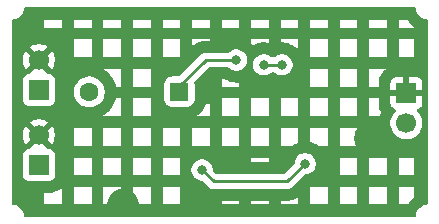
<source format=gbr>
%TF.GenerationSoftware,KiCad,Pcbnew,9.0.1*%
%TF.CreationDate,2025-07-01T21:06:15-04:00*%
%TF.ProjectId,Tiny Solar Power Suppy,54696e79-2053-46f6-9c61-7220506f7765,rev?*%
%TF.SameCoordinates,Original*%
%TF.FileFunction,Copper,L2,Bot*%
%TF.FilePolarity,Positive*%
%FSLAX46Y46*%
G04 Gerber Fmt 4.6, Leading zero omitted, Abs format (unit mm)*
G04 Created by KiCad (PCBNEW 9.0.1) date 2025-07-01 21:06:15*
%MOMM*%
%LPD*%
G01*
G04 APERTURE LIST*
G04 Aperture macros list*
%AMRoundRect*
0 Rectangle with rounded corners*
0 $1 Rounding radius*
0 $2 $3 $4 $5 $6 $7 $8 $9 X,Y pos of 4 corners*
0 Add a 4 corners polygon primitive as box body*
4,1,4,$2,$3,$4,$5,$6,$7,$8,$9,$2,$3,0*
0 Add four circle primitives for the rounded corners*
1,1,$1+$1,$2,$3*
1,1,$1+$1,$4,$5*
1,1,$1+$1,$6,$7*
1,1,$1+$1,$8,$9*
0 Add four rect primitives between the rounded corners*
20,1,$1+$1,$2,$3,$4,$5,0*
20,1,$1+$1,$4,$5,$6,$7,0*
20,1,$1+$1,$6,$7,$8,$9,0*
20,1,$1+$1,$8,$9,$2,$3,0*%
G04 Aperture macros list end*
%TA.AperFunction,ComponentPad*%
%ADD10C,1.700000*%
%TD*%
%TA.AperFunction,ComponentPad*%
%ADD11R,1.700000X1.700000*%
%TD*%
%TA.AperFunction,ComponentPad*%
%ADD12C,1.600000*%
%TD*%
%TA.AperFunction,ComponentPad*%
%ADD13RoundRect,0.250000X0.550000X0.550000X-0.550000X0.550000X-0.550000X-0.550000X0.550000X-0.550000X0*%
%TD*%
%TA.AperFunction,ViaPad*%
%ADD14C,0.800000*%
%TD*%
%TA.AperFunction,Conductor*%
%ADD15C,0.250000*%
%TD*%
G04 APERTURE END LIST*
D10*
%TO.P,J1,2,Pin_2*%
%TO.N,/OUT_P*%
X126200000Y-123340000D03*
D11*
%TO.P,J1,1,Pin_1*%
%TO.N,GNDD*%
X126200000Y-120800000D03*
%TD*%
D12*
%TO.P,J3,2,Pin_2*%
%TO.N,/BAT_P*%
X99355000Y-120687500D03*
D13*
%TO.P,J3,1,Pin_1*%
%TO.N,Net-(J3-Pin_1)*%
X106975000Y-120687500D03*
%TD*%
D11*
%TO.P,J2,1,Pin_1*%
%TO.N,/BAT_P*%
X95085000Y-126900000D03*
D10*
%TO.P,J2,2,Pin_2*%
%TO.N,GNDD*%
X95085000Y-124360000D03*
%TD*%
D11*
%TO.P,J4,1,Pin_1*%
%TO.N,/SOLAR_P*%
X95085000Y-120540000D03*
D10*
%TO.P,J4,2,Pin_2*%
%TO.N,GNDD*%
X95085000Y-118000000D03*
%TD*%
D14*
%TO.N,GNDD*%
X109212500Y-120412500D03*
X108400000Y-129000000D03*
X110650000Y-127100000D03*
X102200000Y-130226000D03*
X123100000Y-124600000D03*
%TO.N,Net-(J3-Pin_1)*%
X111800000Y-118000000D03*
X114107800Y-118400000D03*
X115657800Y-118400000D03*
%TO.N,Net-(U1-FB)*%
X117625000Y-126775000D03*
X108900000Y-127300000D03*
%TD*%
D15*
%TO.N,Net-(J3-Pin_1)*%
X115657800Y-118400000D02*
X114107800Y-118400000D01*
X109200000Y-118000000D02*
X106975000Y-120225000D01*
X106975000Y-120225000D02*
X106975000Y-120687500D01*
X111800000Y-118000000D02*
X109200000Y-118000000D01*
%TO.N,Net-(U1-FB)*%
X117625000Y-126775000D02*
X116125000Y-128275000D01*
X116125000Y-128275000D02*
X109875000Y-128275000D01*
X109875000Y-128275000D02*
X108900000Y-127300000D01*
%TD*%
%TA.AperFunction,Conductor*%
%TO.N,GNDD*%
G36*
X126915031Y-113519685D02*
G01*
X126960786Y-113572489D01*
X126969609Y-113599808D01*
X127009520Y-113800452D01*
X127009523Y-113800462D01*
X127087166Y-113987911D01*
X127087173Y-113987924D01*
X127199897Y-114156626D01*
X127199900Y-114156630D01*
X127343369Y-114300099D01*
X127343373Y-114300102D01*
X127512075Y-114412826D01*
X127512088Y-114412833D01*
X127685718Y-114484752D01*
X127699542Y-114490478D01*
X127835915Y-114517604D01*
X127900191Y-114530390D01*
X127962102Y-114562775D01*
X127996676Y-114623490D01*
X128000000Y-114652007D01*
X128000000Y-130147992D01*
X127980315Y-130215031D01*
X127927511Y-130260786D01*
X127900192Y-130269609D01*
X127699547Y-130309520D01*
X127699537Y-130309523D01*
X127512088Y-130387166D01*
X127512075Y-130387173D01*
X127343373Y-130499897D01*
X127343369Y-130499900D01*
X127199900Y-130643369D01*
X127199897Y-130643373D01*
X127087173Y-130812075D01*
X127087166Y-130812088D01*
X127009523Y-130999537D01*
X127009520Y-130999547D01*
X126969609Y-131200192D01*
X126937224Y-131262103D01*
X126876508Y-131296677D01*
X126847992Y-131300000D01*
X93952008Y-131300000D01*
X93884969Y-131280315D01*
X93839214Y-131227511D01*
X93830391Y-131200192D01*
X93790479Y-130999547D01*
X93790478Y-130999546D01*
X93790478Y-130999542D01*
X93790476Y-130999537D01*
X93712833Y-130812088D01*
X93712826Y-130812075D01*
X93600102Y-130643373D01*
X93600099Y-130643369D01*
X93456630Y-130499900D01*
X93456626Y-130499897D01*
X93287924Y-130387173D01*
X93287911Y-130387166D01*
X93100462Y-130309523D01*
X93100452Y-130309520D01*
X92899808Y-130269609D01*
X92837897Y-130237224D01*
X92803323Y-130176508D01*
X92800000Y-130147992D01*
X92800000Y-129248499D01*
X95548000Y-129248499D01*
X95548000Y-130176000D01*
X97050000Y-130176000D01*
X98048000Y-130176000D01*
X99550000Y-130176000D01*
X100548000Y-130176000D01*
X100876000Y-130176000D01*
X100876000Y-130131558D01*
X100877527Y-130112160D01*
X100907075Y-129925601D01*
X100911617Y-129906681D01*
X100969985Y-129727042D01*
X100977431Y-129709065D01*
X101063183Y-129540768D01*
X101073350Y-129524178D01*
X101184373Y-129371367D01*
X101197010Y-129356571D01*
X101330571Y-129223010D01*
X101345367Y-129210373D01*
X101352001Y-129205553D01*
X103048000Y-129205553D01*
X103054634Y-129210373D01*
X103069429Y-129223010D01*
X103202990Y-129356571D01*
X103215627Y-129371367D01*
X103326650Y-129524178D01*
X103336817Y-129540768D01*
X103422569Y-129709065D01*
X103430015Y-129727042D01*
X103488383Y-129906681D01*
X103492925Y-129925601D01*
X103522473Y-130112160D01*
X103524000Y-130131558D01*
X103524000Y-130176000D01*
X104550000Y-130176000D01*
X105548000Y-130176000D01*
X107050000Y-130176000D01*
X110548000Y-130176000D01*
X112050000Y-130176000D01*
X113048000Y-130176000D01*
X114550000Y-130176000D01*
X114550000Y-129898500D01*
X115548000Y-129898500D01*
X115548000Y-130176000D01*
X117050000Y-130176000D01*
X118048000Y-130176000D01*
X119550000Y-130176000D01*
X120548000Y-130176000D01*
X122050000Y-130176000D01*
X123048000Y-130176000D01*
X124550000Y-130176000D01*
X125548000Y-130176000D01*
X126311901Y-130176000D01*
X126383704Y-130068540D01*
X126387209Y-130063564D01*
X126409142Y-130033991D01*
X126412886Y-130029193D01*
X126443975Y-129991311D01*
X126447949Y-129986704D01*
X126472680Y-129959417D01*
X126476878Y-129955008D01*
X126655008Y-129776878D01*
X126659417Y-129772680D01*
X126686704Y-129747949D01*
X126691311Y-129743975D01*
X126729193Y-129712886D01*
X126733991Y-129709142D01*
X126763564Y-129687209D01*
X126768540Y-129683704D01*
X126876000Y-129611900D01*
X126876000Y-128748000D01*
X125548000Y-128748000D01*
X125548000Y-130176000D01*
X124550000Y-130176000D01*
X124550000Y-128748000D01*
X123048000Y-128748000D01*
X123048000Y-130176000D01*
X122050000Y-130176000D01*
X122050000Y-128748000D01*
X120548000Y-128748000D01*
X120548000Y-130176000D01*
X119550000Y-130176000D01*
X119550000Y-128748000D01*
X118048000Y-128748000D01*
X118048000Y-130176000D01*
X117050000Y-130176000D01*
X117050000Y-129649103D01*
X116894038Y-129713710D01*
X116803838Y-129773981D01*
X116737161Y-129794859D01*
X116722793Y-129794282D01*
X116704005Y-129792431D01*
X116666747Y-129807866D01*
X116661066Y-129810058D01*
X116626367Y-129822474D01*
X116620578Y-129824386D01*
X116573670Y-129838612D01*
X116567811Y-129840233D01*
X116532107Y-129849176D01*
X116526169Y-129850510D01*
X116410030Y-129873610D01*
X116410029Y-129873609D01*
X116357288Y-129884102D01*
X116357222Y-129884112D01*
X116257466Y-129903955D01*
X116197279Y-129900998D01*
X116189044Y-129898500D01*
X115548000Y-129898500D01*
X114550000Y-129898500D01*
X113048000Y-129898500D01*
X113048000Y-130176000D01*
X112050000Y-130176000D01*
X112050000Y-129898500D01*
X110548000Y-129898500D01*
X110548000Y-130176000D01*
X107050000Y-130176000D01*
X107050000Y-128748000D01*
X105548000Y-128748000D01*
X105548000Y-130176000D01*
X104550000Y-130176000D01*
X104550000Y-128748000D01*
X103048000Y-128748000D01*
X103048000Y-129205553D01*
X101352001Y-129205553D01*
X101498178Y-129099350D01*
X101514768Y-129089183D01*
X101683065Y-129003431D01*
X101701042Y-128995985D01*
X101880681Y-128937617D01*
X101899601Y-128933075D01*
X102050000Y-128909254D01*
X102050000Y-128748000D01*
X100548000Y-128748000D01*
X100548000Y-130176000D01*
X99550000Y-130176000D01*
X99550000Y-128748000D01*
X98048000Y-128748000D01*
X98048000Y-130176000D01*
X97050000Y-130176000D01*
X97050000Y-128757868D01*
X97029481Y-128781549D01*
X97023449Y-128788028D01*
X96973028Y-128838449D01*
X96966549Y-128844481D01*
X96926064Y-128879561D01*
X96919173Y-128885114D01*
X96746874Y-129014098D01*
X96739604Y-129019146D01*
X96694537Y-129048110D01*
X96686923Y-129052628D01*
X96624333Y-129086805D01*
X96616419Y-129090767D01*
X96567682Y-129113025D01*
X96559502Y-129116413D01*
X96362018Y-129190069D01*
X96354679Y-129192548D01*
X96309828Y-129206153D01*
X96302352Y-129208168D01*
X96241637Y-129222516D01*
X96234045Y-129224061D01*
X96187840Y-129231972D01*
X96180167Y-129233041D01*
X96076245Y-129244212D01*
X96072936Y-129244523D01*
X96052899Y-129246135D01*
X96049587Y-129246357D01*
X96022905Y-129247786D01*
X96019587Y-129247919D01*
X95999536Y-129248455D01*
X95996222Y-129248499D01*
X95548000Y-129248499D01*
X92800000Y-129248499D01*
X92800000Y-126002135D01*
X93734500Y-126002135D01*
X93734500Y-127797870D01*
X93734501Y-127797876D01*
X93740908Y-127857483D01*
X93791202Y-127992328D01*
X93791206Y-127992335D01*
X93877452Y-128107544D01*
X93877455Y-128107547D01*
X93992664Y-128193793D01*
X93992671Y-128193797D01*
X94127517Y-128244091D01*
X94127516Y-128244091D01*
X94134444Y-128244835D01*
X94187127Y-128250500D01*
X95982872Y-128250499D01*
X96042483Y-128244091D01*
X96177331Y-128193796D01*
X96292546Y-128107546D01*
X96378796Y-127992331D01*
X96429091Y-127857483D01*
X96435500Y-127797873D01*
X96435500Y-127750000D01*
X98048000Y-127750000D01*
X99550000Y-127750000D01*
X100548000Y-127750000D01*
X102050000Y-127750000D01*
X103048000Y-127750000D01*
X104550000Y-127750000D01*
X105548000Y-127750000D01*
X107050000Y-127750000D01*
X107050000Y-127730807D01*
X107015896Y-127559357D01*
X107014855Y-127553360D01*
X107009451Y-127516929D01*
X107008706Y-127510888D01*
X107003903Y-127462116D01*
X107003455Y-127456046D01*
X107001649Y-127419274D01*
X107001500Y-127413191D01*
X107001500Y-127211304D01*
X107999500Y-127211304D01*
X107999500Y-127388695D01*
X108034103Y-127562658D01*
X108034106Y-127562667D01*
X108101983Y-127726540D01*
X108101990Y-127726553D01*
X108200535Y-127874034D01*
X108200538Y-127874038D01*
X108325961Y-127999461D01*
X108325965Y-127999464D01*
X108473446Y-128098009D01*
X108473459Y-128098016D01*
X108596363Y-128148923D01*
X108637334Y-128165894D01*
X108637336Y-128165894D01*
X108637341Y-128165896D01*
X108811304Y-128200499D01*
X108811307Y-128200500D01*
X108811309Y-128200500D01*
X108864548Y-128200500D01*
X108931587Y-128220185D01*
X108952229Y-128236819D01*
X109386016Y-128670606D01*
X109386045Y-128670637D01*
X109476263Y-128760855D01*
X109476267Y-128760858D01*
X109578707Y-128829307D01*
X109578711Y-128829309D01*
X109578714Y-128829311D01*
X109692548Y-128876463D01*
X109752971Y-128888481D01*
X109813393Y-128900500D01*
X116186607Y-128900500D01*
X116247029Y-128888481D01*
X116307452Y-128876463D01*
X116307455Y-128876461D01*
X116307458Y-128876461D01*
X116340787Y-128862654D01*
X116340786Y-128862654D01*
X116340792Y-128862652D01*
X116421286Y-128829312D01*
X116472509Y-128795084D01*
X116523733Y-128760858D01*
X116610858Y-128673733D01*
X116610858Y-128673731D01*
X116621066Y-128663524D01*
X116621067Y-128663521D01*
X117534591Y-127750000D01*
X120548000Y-127750000D01*
X122050000Y-127750000D01*
X123048000Y-127750000D01*
X124550000Y-127750000D01*
X125548000Y-127750000D01*
X126876000Y-127750000D01*
X126876000Y-126248000D01*
X125548000Y-126248000D01*
X125548000Y-127750000D01*
X124550000Y-127750000D01*
X124550000Y-126248000D01*
X123048000Y-126248000D01*
X123048000Y-127750000D01*
X122050000Y-127750000D01*
X122050000Y-126248000D01*
X120548000Y-126248000D01*
X120548000Y-127750000D01*
X117534591Y-127750000D01*
X117572772Y-127711819D01*
X117634095Y-127678334D01*
X117660453Y-127675500D01*
X117713693Y-127675500D01*
X117713694Y-127675499D01*
X117771682Y-127663964D01*
X117887658Y-127640896D01*
X117887661Y-127640894D01*
X117887666Y-127640894D01*
X118051547Y-127573013D01*
X118199035Y-127474464D01*
X118324464Y-127349035D01*
X118423013Y-127201547D01*
X118490894Y-127037666D01*
X118490961Y-127037332D01*
X118523558Y-126873453D01*
X118525500Y-126863691D01*
X118525500Y-126686309D01*
X118525500Y-126686306D01*
X118525499Y-126686304D01*
X118490896Y-126512341D01*
X118490893Y-126512332D01*
X118486606Y-126501983D01*
X118444157Y-126399500D01*
X118423016Y-126348459D01*
X118423009Y-126348446D01*
X118324464Y-126200965D01*
X118324461Y-126200961D01*
X118199038Y-126075538D01*
X118199034Y-126075535D01*
X118051553Y-125976990D01*
X118051540Y-125976983D01*
X117887667Y-125909106D01*
X117887658Y-125909103D01*
X117713694Y-125874500D01*
X117713691Y-125874500D01*
X117536309Y-125874500D01*
X117536306Y-125874500D01*
X117362341Y-125909103D01*
X117362332Y-125909106D01*
X117198459Y-125976983D01*
X117198446Y-125976990D01*
X117050965Y-126075535D01*
X117050961Y-126075538D01*
X116925538Y-126200961D01*
X116925535Y-126200965D01*
X116826990Y-126348446D01*
X116826983Y-126348459D01*
X116759106Y-126512332D01*
X116759103Y-126512341D01*
X116724500Y-126686304D01*
X116724500Y-126739547D01*
X116704815Y-126806586D01*
X116688181Y-126827228D01*
X115902229Y-127613181D01*
X115840906Y-127646666D01*
X115814548Y-127649500D01*
X110185452Y-127649500D01*
X110118413Y-127629815D01*
X110097771Y-127613181D01*
X109836819Y-127352229D01*
X109803334Y-127290906D01*
X109800500Y-127264548D01*
X109800500Y-127211306D01*
X109800499Y-127211304D01*
X109765896Y-127037341D01*
X109765893Y-127037332D01*
X109698016Y-126873459D01*
X109698009Y-126873446D01*
X109599464Y-126725965D01*
X109599461Y-126725961D01*
X109525000Y-126651500D01*
X113048000Y-126651500D01*
X114550000Y-126651500D01*
X114550000Y-126248000D01*
X113048000Y-126248000D01*
X113048000Y-126651500D01*
X109525000Y-126651500D01*
X109474038Y-126600538D01*
X109474034Y-126600535D01*
X109326553Y-126501990D01*
X109326540Y-126501983D01*
X109162667Y-126434106D01*
X109162658Y-126434103D01*
X108988694Y-126399500D01*
X108988691Y-126399500D01*
X108811309Y-126399500D01*
X108811306Y-126399500D01*
X108637341Y-126434103D01*
X108637332Y-126434106D01*
X108473459Y-126501983D01*
X108473446Y-126501990D01*
X108325965Y-126600535D01*
X108325961Y-126600538D01*
X108200538Y-126725961D01*
X108200535Y-126725965D01*
X108101990Y-126873446D01*
X108101983Y-126873459D01*
X108034106Y-127037332D01*
X108034103Y-127037341D01*
X107999500Y-127211304D01*
X107001500Y-127211304D01*
X107001500Y-127186809D01*
X107001649Y-127180726D01*
X107003455Y-127143954D01*
X107003903Y-127137884D01*
X107008706Y-127089112D01*
X107009451Y-127083071D01*
X107014855Y-127046640D01*
X107015896Y-127040643D01*
X107050000Y-126869191D01*
X107050000Y-126248000D01*
X105548000Y-126248000D01*
X105548000Y-127750000D01*
X104550000Y-127750000D01*
X104550000Y-126248000D01*
X103048000Y-126248000D01*
X103048000Y-127750000D01*
X102050000Y-127750000D01*
X102050000Y-126248000D01*
X100548000Y-126248000D01*
X100548000Y-127750000D01*
X99550000Y-127750000D01*
X99550000Y-126248000D01*
X98048000Y-126248000D01*
X98048000Y-127750000D01*
X96435500Y-127750000D01*
X96435499Y-126002128D01*
X96429091Y-125942517D01*
X96416628Y-125909103D01*
X96378797Y-125807671D01*
X96378793Y-125807664D01*
X96292547Y-125692455D01*
X96292544Y-125692452D01*
X96177335Y-125606206D01*
X96177328Y-125606202D01*
X96042482Y-125555908D01*
X96042483Y-125555908D01*
X95982883Y-125549501D01*
X95982881Y-125549500D01*
X95982873Y-125549500D01*
X95982865Y-125549500D01*
X95972309Y-125549500D01*
X95905270Y-125529815D01*
X95884628Y-125513181D01*
X95621447Y-125250000D01*
X98048000Y-125250000D01*
X99550000Y-125250000D01*
X100548000Y-125250000D01*
X102050000Y-125250000D01*
X103048000Y-125250000D01*
X104550000Y-125250000D01*
X105548000Y-125250000D01*
X107050000Y-125250000D01*
X108048000Y-125250000D01*
X109550000Y-125250000D01*
X110548000Y-125250000D01*
X112050000Y-125250000D01*
X113048000Y-125250000D01*
X114550000Y-125250000D01*
X115548000Y-125250000D01*
X116490114Y-125250000D01*
X116664368Y-125133566D01*
X116669512Y-125130309D01*
X116701106Y-125111373D01*
X116706401Y-125108373D01*
X116749623Y-125085271D01*
X116755062Y-125082534D01*
X116788344Y-125066794D01*
X116793905Y-125064329D01*
X117003051Y-124977699D01*
X117008728Y-124975509D01*
X117043380Y-124963110D01*
X117049155Y-124961202D01*
X117050000Y-124960945D01*
X117050000Y-124923446D01*
X118048000Y-124923446D01*
X118106409Y-124935065D01*
X118112349Y-124936399D01*
X118148084Y-124945351D01*
X118153952Y-124946975D01*
X118200845Y-124961202D01*
X118206620Y-124963110D01*
X118241272Y-124975509D01*
X118246949Y-124977699D01*
X118456095Y-125064329D01*
X118461656Y-125066794D01*
X118494938Y-125082534D01*
X118500377Y-125085271D01*
X118543599Y-125108373D01*
X118548894Y-125111373D01*
X118580488Y-125130309D01*
X118585632Y-125133566D01*
X118759886Y-125250000D01*
X119550000Y-125250000D01*
X120548000Y-125250000D01*
X121945231Y-125250000D01*
X121877431Y-125116935D01*
X121869985Y-125098958D01*
X121811617Y-124919319D01*
X121807075Y-124900399D01*
X121777527Y-124713840D01*
X121776000Y-124694442D01*
X121776000Y-124505558D01*
X121777527Y-124486160D01*
X121807075Y-124299601D01*
X121811617Y-124280681D01*
X121869985Y-124101042D01*
X121877431Y-124083065D01*
X121963183Y-123914768D01*
X121973349Y-123898178D01*
X122050000Y-123792675D01*
X122050000Y-123748000D01*
X120548000Y-123748000D01*
X120548000Y-125250000D01*
X119550000Y-125250000D01*
X119550000Y-123748000D01*
X118048000Y-123748000D01*
X118048000Y-124923446D01*
X117050000Y-124923446D01*
X117050000Y-123748000D01*
X115548000Y-123748000D01*
X115548000Y-125250000D01*
X114550000Y-125250000D01*
X114550000Y-123748000D01*
X113048000Y-123748000D01*
X113048000Y-125250000D01*
X112050000Y-125250000D01*
X112050000Y-123748000D01*
X110548000Y-123748000D01*
X110548000Y-125250000D01*
X109550000Y-125250000D01*
X109550000Y-123748000D01*
X108048000Y-123748000D01*
X108048000Y-125250000D01*
X107050000Y-125250000D01*
X107050000Y-123748000D01*
X105548000Y-123748000D01*
X105548000Y-125250000D01*
X104550000Y-125250000D01*
X104550000Y-123748000D01*
X103048000Y-123748000D01*
X103048000Y-125250000D01*
X102050000Y-125250000D01*
X102050000Y-123748000D01*
X100548000Y-123748000D01*
X100548000Y-125250000D01*
X99550000Y-125250000D01*
X99550000Y-123748000D01*
X98048000Y-123748000D01*
X98048000Y-125250000D01*
X95621447Y-125250000D01*
X95214408Y-124842962D01*
X95277993Y-124825925D01*
X95392007Y-124760099D01*
X95485099Y-124667007D01*
X95550925Y-124552993D01*
X95567962Y-124489409D01*
X96200270Y-125121717D01*
X96200270Y-125121716D01*
X96239622Y-125067554D01*
X96336095Y-124878217D01*
X96401757Y-124676130D01*
X96401757Y-124676127D01*
X96435000Y-124466246D01*
X96435000Y-124253753D01*
X96401757Y-124043872D01*
X96401757Y-124043869D01*
X96336095Y-123841782D01*
X96239624Y-123652449D01*
X96200270Y-123598282D01*
X96200269Y-123598282D01*
X95567962Y-124230590D01*
X95550925Y-124167007D01*
X95485099Y-124052993D01*
X95392007Y-123959901D01*
X95277993Y-123894075D01*
X95214409Y-123877037D01*
X95846716Y-123244728D01*
X95831555Y-123233713D01*
X124849500Y-123233713D01*
X124849500Y-123446286D01*
X124882753Y-123656239D01*
X124948444Y-123858414D01*
X125044951Y-124047820D01*
X125169890Y-124219786D01*
X125320213Y-124370109D01*
X125492179Y-124495048D01*
X125492181Y-124495049D01*
X125492184Y-124495051D01*
X125681588Y-124591557D01*
X125883757Y-124657246D01*
X126093713Y-124690500D01*
X126093714Y-124690500D01*
X126306286Y-124690500D01*
X126306287Y-124690500D01*
X126516243Y-124657246D01*
X126718412Y-124591557D01*
X126907816Y-124495051D01*
X127003097Y-124425826D01*
X127079786Y-124370109D01*
X127079788Y-124370106D01*
X127079792Y-124370104D01*
X127230104Y-124219792D01*
X127230106Y-124219788D01*
X127230109Y-124219786D01*
X127355048Y-124047820D01*
X127355047Y-124047820D01*
X127355051Y-124047816D01*
X127451557Y-123858412D01*
X127517246Y-123656243D01*
X127550500Y-123446287D01*
X127550500Y-123233713D01*
X127517246Y-123023757D01*
X127451557Y-122821588D01*
X127355051Y-122632184D01*
X127355049Y-122632181D01*
X127355048Y-122632179D01*
X127230109Y-122460213D01*
X127116181Y-122346285D01*
X127082696Y-122284962D01*
X127087680Y-122215270D01*
X127129552Y-122159337D01*
X127160529Y-122142422D01*
X127292086Y-122093354D01*
X127292093Y-122093350D01*
X127407187Y-122007190D01*
X127407190Y-122007187D01*
X127493350Y-121892093D01*
X127493354Y-121892086D01*
X127543596Y-121757379D01*
X127543598Y-121757372D01*
X127549999Y-121697844D01*
X127550000Y-121697827D01*
X127550000Y-121050000D01*
X126633012Y-121050000D01*
X126665925Y-120992993D01*
X126700000Y-120865826D01*
X126700000Y-120734174D01*
X126665925Y-120607007D01*
X126633012Y-120550000D01*
X127550000Y-120550000D01*
X127550000Y-119902172D01*
X127549999Y-119902155D01*
X127543598Y-119842627D01*
X127543596Y-119842620D01*
X127493354Y-119707913D01*
X127493350Y-119707906D01*
X127407190Y-119592812D01*
X127407187Y-119592809D01*
X127292093Y-119506649D01*
X127292086Y-119506645D01*
X127157379Y-119456403D01*
X127157372Y-119456401D01*
X127097844Y-119450000D01*
X126450000Y-119450000D01*
X126450000Y-120366988D01*
X126392993Y-120334075D01*
X126265826Y-120300000D01*
X126134174Y-120300000D01*
X126007007Y-120334075D01*
X125950000Y-120366988D01*
X125950000Y-119450000D01*
X125302155Y-119450000D01*
X125242627Y-119456401D01*
X125242620Y-119456403D01*
X125107913Y-119506645D01*
X125107906Y-119506649D01*
X124992812Y-119592809D01*
X124992809Y-119592812D01*
X124906649Y-119707906D01*
X124906645Y-119707913D01*
X124856403Y-119842620D01*
X124856401Y-119842627D01*
X124850000Y-119902155D01*
X124850000Y-120550000D01*
X125766988Y-120550000D01*
X125734075Y-120607007D01*
X125700000Y-120734174D01*
X125700000Y-120865826D01*
X125734075Y-120992993D01*
X125766988Y-121050000D01*
X124850000Y-121050000D01*
X124850000Y-121697844D01*
X124856401Y-121757372D01*
X124856403Y-121757379D01*
X124906645Y-121892086D01*
X124906649Y-121892093D01*
X124992809Y-122007187D01*
X124992812Y-122007190D01*
X125107906Y-122093350D01*
X125107913Y-122093354D01*
X125239470Y-122142422D01*
X125295404Y-122184293D01*
X125319821Y-122249758D01*
X125304969Y-122318031D01*
X125283819Y-122346285D01*
X125169889Y-122460215D01*
X125044951Y-122632179D01*
X124948444Y-122821585D01*
X124882753Y-123023760D01*
X124849500Y-123233713D01*
X95831555Y-123233713D01*
X95792550Y-123205375D01*
X95603217Y-123108904D01*
X95401129Y-123043242D01*
X95191246Y-123010000D01*
X94978754Y-123010000D01*
X94768872Y-123043242D01*
X94768869Y-123043242D01*
X94566782Y-123108904D01*
X94377439Y-123205380D01*
X94323282Y-123244727D01*
X94323282Y-123244728D01*
X94955591Y-123877037D01*
X94892007Y-123894075D01*
X94777993Y-123959901D01*
X94684901Y-124052993D01*
X94619075Y-124167007D01*
X94602037Y-124230591D01*
X93969728Y-123598282D01*
X93969727Y-123598282D01*
X93930380Y-123652439D01*
X93833904Y-123841782D01*
X93768242Y-124043869D01*
X93768242Y-124043872D01*
X93735000Y-124253753D01*
X93735000Y-124466246D01*
X93768242Y-124676127D01*
X93768242Y-124676130D01*
X93833904Y-124878217D01*
X93930375Y-125067550D01*
X93969728Y-125121716D01*
X94602037Y-124489408D01*
X94619075Y-124552993D01*
X94684901Y-124667007D01*
X94777993Y-124760099D01*
X94892007Y-124825925D01*
X94955590Y-124842962D01*
X94285370Y-125513181D01*
X94224047Y-125546666D01*
X94197698Y-125549500D01*
X94187134Y-125549500D01*
X94187123Y-125549501D01*
X94127516Y-125555908D01*
X93992671Y-125606202D01*
X93992664Y-125606206D01*
X93877455Y-125692452D01*
X93877452Y-125692455D01*
X93791206Y-125807664D01*
X93791202Y-125807671D01*
X93740908Y-125942517D01*
X93734501Y-126002116D01*
X93734501Y-126002123D01*
X93734500Y-126002135D01*
X92800000Y-126002135D01*
X92800000Y-122656888D01*
X100548000Y-122656888D01*
X100548000Y-122750000D01*
X102050000Y-122750000D01*
X103048000Y-122750000D01*
X104550000Y-122750000D01*
X108403488Y-122750000D01*
X109550000Y-122750000D01*
X110548000Y-122750000D01*
X112050000Y-122750000D01*
X113048000Y-122750000D01*
X114550000Y-122750000D01*
X115548000Y-122750000D01*
X117050000Y-122750000D01*
X118048000Y-122750000D01*
X119550000Y-122750000D01*
X120548000Y-122750000D01*
X122050000Y-122750000D01*
X123048000Y-122750000D01*
X123922931Y-122750000D01*
X123926131Y-122738653D01*
X123927545Y-122733993D01*
X124005342Y-122494560D01*
X124006936Y-122489963D01*
X124017121Y-122462353D01*
X124018893Y-122457825D01*
X124033891Y-122421608D01*
X124035846Y-122417139D01*
X124045188Y-122396871D01*
X124013638Y-122339091D01*
X124009677Y-122331177D01*
X123987419Y-122282441D01*
X123984030Y-122274261D01*
X123910421Y-122076904D01*
X123907942Y-122069564D01*
X123894332Y-122024695D01*
X123892315Y-122017212D01*
X123877972Y-121956501D01*
X123876428Y-121948916D01*
X123868522Y-121902738D01*
X123867455Y-121895069D01*
X123856289Y-121791217D01*
X123855977Y-121787905D01*
X123854364Y-121767856D01*
X123854142Y-121764542D01*
X123852713Y-121737855D01*
X123852580Y-121734539D01*
X123852044Y-121714491D01*
X123852000Y-121711177D01*
X123852000Y-121248000D01*
X123048000Y-121248000D01*
X123048000Y-122750000D01*
X122050000Y-122750000D01*
X122050000Y-121248000D01*
X120548000Y-121248000D01*
X120548000Y-122750000D01*
X119550000Y-122750000D01*
X119550000Y-121248000D01*
X118048000Y-121248000D01*
X118048000Y-122750000D01*
X117050000Y-122750000D01*
X117050000Y-121248000D01*
X115548000Y-121248000D01*
X115548000Y-122750000D01*
X114550000Y-122750000D01*
X114550000Y-121248000D01*
X113048000Y-121248000D01*
X113048000Y-122750000D01*
X112050000Y-122750000D01*
X112050000Y-121248000D01*
X110548000Y-121248000D01*
X110548000Y-122750000D01*
X109550000Y-122750000D01*
X109550000Y-121694975D01*
X109531819Y-121700883D01*
X109512899Y-121705425D01*
X109326340Y-121734973D01*
X109306942Y-121736500D01*
X109201644Y-121736500D01*
X109148023Y-121898318D01*
X109145556Y-121905096D01*
X109129446Y-121945647D01*
X109126591Y-121952266D01*
X109102044Y-122004912D01*
X109098806Y-122011360D01*
X109078088Y-122049785D01*
X109074481Y-122056032D01*
X108951879Y-122254803D01*
X108947913Y-122260833D01*
X108922872Y-122296593D01*
X108918566Y-122302377D01*
X108882536Y-122347944D01*
X108877898Y-122353471D01*
X108848887Y-122386069D01*
X108843939Y-122391313D01*
X108678813Y-122556439D01*
X108673569Y-122561387D01*
X108640971Y-122590398D01*
X108635444Y-122595036D01*
X108589877Y-122631066D01*
X108584093Y-122635372D01*
X108548333Y-122660413D01*
X108542303Y-122664379D01*
X108403488Y-122750000D01*
X104550000Y-122750000D01*
X104550000Y-121248000D01*
X103048000Y-121248000D01*
X103048000Y-122750000D01*
X102050000Y-122750000D01*
X102050000Y-121248000D01*
X101588302Y-121248000D01*
X101588109Y-121248741D01*
X101580106Y-121277120D01*
X101578692Y-121281783D01*
X101503320Y-121513750D01*
X101501727Y-121518344D01*
X101491543Y-121545953D01*
X101489770Y-121550484D01*
X101474772Y-121586700D01*
X101472818Y-121591167D01*
X101460475Y-121617943D01*
X101458349Y-121622327D01*
X101347614Y-121839655D01*
X101345319Y-121843948D01*
X101330929Y-121869644D01*
X101328467Y-121873844D01*
X101307986Y-121907267D01*
X101305361Y-121911369D01*
X101288995Y-121935863D01*
X101286210Y-121939858D01*
X101142837Y-122137196D01*
X101139894Y-122141084D01*
X101121635Y-122164243D01*
X101118545Y-122168008D01*
X101093084Y-122197815D01*
X101089850Y-122201454D01*
X101069876Y-122223059D01*
X101066506Y-122226563D01*
X100894063Y-122399006D01*
X100890559Y-122402376D01*
X100868954Y-122422350D01*
X100865315Y-122425584D01*
X100835508Y-122451045D01*
X100831743Y-122454135D01*
X100808584Y-122472394D01*
X100804696Y-122475337D01*
X100607358Y-122618710D01*
X100603363Y-122621495D01*
X100578869Y-122637861D01*
X100574767Y-122640486D01*
X100548000Y-122656888D01*
X92800000Y-122656888D01*
X92800000Y-119642135D01*
X93734500Y-119642135D01*
X93734500Y-121437870D01*
X93734501Y-121437876D01*
X93740908Y-121497483D01*
X93791202Y-121632328D01*
X93791206Y-121632335D01*
X93877452Y-121747544D01*
X93877455Y-121747547D01*
X93992664Y-121833793D01*
X93992671Y-121833797D01*
X94127517Y-121884091D01*
X94127516Y-121884091D01*
X94134444Y-121884835D01*
X94187127Y-121890500D01*
X95982872Y-121890499D01*
X96042483Y-121884091D01*
X96177331Y-121833796D01*
X96292546Y-121747546D01*
X96378796Y-121632331D01*
X96429091Y-121497483D01*
X96435500Y-121437873D01*
X96435500Y-120585148D01*
X98054500Y-120585148D01*
X98054500Y-120789851D01*
X98086522Y-120992034D01*
X98149781Y-121186723D01*
X98242715Y-121369113D01*
X98363028Y-121534713D01*
X98507786Y-121679471D01*
X98624879Y-121764542D01*
X98673390Y-121799787D01*
X98760061Y-121843948D01*
X98855776Y-121892718D01*
X98855778Y-121892718D01*
X98855781Y-121892720D01*
X98913177Y-121911369D01*
X99050465Y-121955977D01*
X99151557Y-121971988D01*
X99252648Y-121988000D01*
X99252649Y-121988000D01*
X99457351Y-121988000D01*
X99457352Y-121988000D01*
X99659534Y-121955977D01*
X99854219Y-121892720D01*
X100036610Y-121799787D01*
X100154011Y-121714491D01*
X100202213Y-121679471D01*
X100202215Y-121679468D01*
X100202219Y-121679466D01*
X100346966Y-121534719D01*
X100346968Y-121534715D01*
X100346971Y-121534713D01*
X100417330Y-121437870D01*
X100467287Y-121369110D01*
X100560220Y-121186719D01*
X100623477Y-120992034D01*
X100655500Y-120789852D01*
X100655500Y-120585148D01*
X100623477Y-120382966D01*
X100560220Y-120188281D01*
X100560218Y-120188278D01*
X100560218Y-120188276D01*
X100508865Y-120087491D01*
X100467287Y-120005890D01*
X100451894Y-119984703D01*
X100346971Y-119840286D01*
X100202213Y-119695528D01*
X100036613Y-119575215D01*
X100036612Y-119575214D01*
X100036610Y-119575213D01*
X99958365Y-119535345D01*
X99854223Y-119482281D01*
X99659534Y-119419022D01*
X99484995Y-119391378D01*
X99457352Y-119387000D01*
X99252648Y-119387000D01*
X99228329Y-119390851D01*
X99050465Y-119419022D01*
X98855776Y-119482281D01*
X98673386Y-119575215D01*
X98507786Y-119695528D01*
X98363028Y-119840286D01*
X98242715Y-120005886D01*
X98149781Y-120188276D01*
X98086522Y-120382965D01*
X98054500Y-120585148D01*
X96435500Y-120585148D01*
X96435499Y-119642128D01*
X96429091Y-119582517D01*
X96415019Y-119544789D01*
X96378797Y-119447671D01*
X96378793Y-119447664D01*
X96292547Y-119332455D01*
X96292544Y-119332452D01*
X96177335Y-119246206D01*
X96177328Y-119246202D01*
X96042482Y-119195908D01*
X96042483Y-119195908D01*
X95982883Y-119189501D01*
X95982881Y-119189500D01*
X95982873Y-119189500D01*
X95982865Y-119189500D01*
X95972309Y-119189500D01*
X95905270Y-119169815D01*
X95884628Y-119153181D01*
X95214408Y-118482962D01*
X95277993Y-118465925D01*
X95392007Y-118400099D01*
X95485099Y-118307007D01*
X95550925Y-118192993D01*
X95567962Y-118129409D01*
X96200270Y-118761717D01*
X96200270Y-118761716D01*
X96210236Y-118748000D01*
X100595124Y-118748000D01*
X100603363Y-118753505D01*
X100607358Y-118756290D01*
X100804696Y-118899663D01*
X100808584Y-118902606D01*
X100831743Y-118920865D01*
X100835508Y-118923955D01*
X100865315Y-118949416D01*
X100868954Y-118952650D01*
X100890559Y-118972624D01*
X100894063Y-118975994D01*
X101066506Y-119148437D01*
X101069876Y-119151941D01*
X101089850Y-119173546D01*
X101093084Y-119177185D01*
X101118545Y-119206992D01*
X101121635Y-119210757D01*
X101139894Y-119233916D01*
X101142837Y-119237804D01*
X101286210Y-119435142D01*
X101288995Y-119439137D01*
X101305361Y-119463631D01*
X101307986Y-119467733D01*
X101328467Y-119501156D01*
X101330929Y-119505356D01*
X101345319Y-119531052D01*
X101347614Y-119535345D01*
X101458349Y-119752673D01*
X101460475Y-119757057D01*
X101472818Y-119783833D01*
X101474772Y-119788300D01*
X101489770Y-119824516D01*
X101491543Y-119829047D01*
X101501727Y-119856656D01*
X101503320Y-119861250D01*
X101578692Y-120093217D01*
X101580106Y-120097880D01*
X101588109Y-120126259D01*
X101589340Y-120130978D01*
X101598488Y-120169097D01*
X101599530Y-120173848D01*
X101605270Y-120202711D01*
X101606125Y-120207499D01*
X101612857Y-120250000D01*
X102050000Y-120250000D01*
X103048000Y-120250000D01*
X104550000Y-120250000D01*
X104550000Y-120087483D01*
X105674500Y-120087483D01*
X105674500Y-121287501D01*
X105674501Y-121287518D01*
X105685000Y-121390296D01*
X105685001Y-121390299D01*
X105732856Y-121534713D01*
X105740186Y-121556834D01*
X105832288Y-121706156D01*
X105956344Y-121830212D01*
X106105666Y-121922314D01*
X106272203Y-121977499D01*
X106374991Y-121988000D01*
X107575008Y-121987999D01*
X107677797Y-121977499D01*
X107844334Y-121922314D01*
X107993656Y-121830212D01*
X108117712Y-121706156D01*
X108209814Y-121556834D01*
X108264999Y-121390297D01*
X108275500Y-121287509D01*
X108275499Y-120250000D01*
X110548000Y-120250000D01*
X112050000Y-120250000D01*
X118048000Y-120250000D01*
X119550000Y-120250000D01*
X120548000Y-120250000D01*
X122050000Y-120250000D01*
X123048000Y-120250000D01*
X123852000Y-120250000D01*
X123852000Y-119888823D01*
X123852044Y-119885509D01*
X123852580Y-119865461D01*
X123852713Y-119862145D01*
X123854142Y-119835458D01*
X123854364Y-119832144D01*
X123855977Y-119812095D01*
X123856289Y-119808783D01*
X123867455Y-119704931D01*
X123868522Y-119697262D01*
X123876428Y-119651084D01*
X123877972Y-119643499D01*
X123892315Y-119582788D01*
X123894332Y-119575305D01*
X123907942Y-119530436D01*
X123910421Y-119523096D01*
X123984030Y-119325739D01*
X123987419Y-119317559D01*
X124009677Y-119268823D01*
X124013638Y-119260909D01*
X124047815Y-119198319D01*
X124052333Y-119190705D01*
X124081297Y-119145638D01*
X124086345Y-119138368D01*
X124215243Y-118966184D01*
X124220796Y-118959293D01*
X124255876Y-118918808D01*
X124261908Y-118912329D01*
X124312329Y-118861908D01*
X124318808Y-118855876D01*
X124359293Y-118820796D01*
X124366184Y-118815243D01*
X124456008Y-118748000D01*
X123048000Y-118748000D01*
X123048000Y-120250000D01*
X122050000Y-120250000D01*
X122050000Y-118748000D01*
X120548000Y-118748000D01*
X120548000Y-120250000D01*
X119550000Y-120250000D01*
X119550000Y-118748000D01*
X118048000Y-118748000D01*
X118048000Y-120250000D01*
X112050000Y-120250000D01*
X112050000Y-119885643D01*
X112016929Y-119890549D01*
X112010888Y-119891294D01*
X111962116Y-119896097D01*
X111956046Y-119896545D01*
X111919274Y-119898351D01*
X111913191Y-119898500D01*
X111686809Y-119898500D01*
X111680726Y-119898351D01*
X111643954Y-119896545D01*
X111637884Y-119896097D01*
X111589112Y-119891294D01*
X111583071Y-119890549D01*
X111546640Y-119885145D01*
X111540643Y-119884104D01*
X111318592Y-119839935D01*
X111312651Y-119838601D01*
X111276916Y-119829649D01*
X111271048Y-119828025D01*
X111224155Y-119813798D01*
X111218380Y-119811890D01*
X111183728Y-119799491D01*
X111178051Y-119797301D01*
X110968905Y-119710671D01*
X110963344Y-119708206D01*
X110930062Y-119692466D01*
X110924623Y-119689729D01*
X110881401Y-119666627D01*
X110876106Y-119663627D01*
X110844512Y-119644691D01*
X110839368Y-119641434D01*
X110812528Y-119623500D01*
X110548000Y-119623500D01*
X110548000Y-120250000D01*
X108275499Y-120250000D01*
X108275499Y-120087492D01*
X108264999Y-119984703D01*
X108247960Y-119933286D01*
X108245559Y-119863459D01*
X108277984Y-119806604D01*
X109422771Y-118661819D01*
X109484094Y-118628334D01*
X109510452Y-118625500D01*
X111100639Y-118625500D01*
X111167678Y-118645185D01*
X111188321Y-118661820D01*
X111225961Y-118699461D01*
X111225965Y-118699464D01*
X111373446Y-118798009D01*
X111373459Y-118798016D01*
X111442355Y-118826553D01*
X111537334Y-118865894D01*
X111537336Y-118865894D01*
X111537341Y-118865896D01*
X111711304Y-118900499D01*
X111711307Y-118900500D01*
X111711309Y-118900500D01*
X111888693Y-118900500D01*
X111888694Y-118900499D01*
X111946682Y-118888964D01*
X112062658Y-118865896D01*
X112062661Y-118865894D01*
X112062666Y-118865894D01*
X112226547Y-118798013D01*
X112374035Y-118699464D01*
X112499464Y-118574035D01*
X112598013Y-118426547D01*
X112645748Y-118311304D01*
X113207300Y-118311304D01*
X113207300Y-118488695D01*
X113241903Y-118662658D01*
X113241906Y-118662667D01*
X113309783Y-118826540D01*
X113309790Y-118826553D01*
X113408335Y-118974034D01*
X113408338Y-118974038D01*
X113533761Y-119099461D01*
X113533765Y-119099464D01*
X113681246Y-119198009D01*
X113681259Y-119198016D01*
X113767931Y-119233916D01*
X113845134Y-119265894D01*
X113845136Y-119265894D01*
X113845141Y-119265896D01*
X114019104Y-119300499D01*
X114019107Y-119300500D01*
X114019109Y-119300500D01*
X114196493Y-119300500D01*
X114196494Y-119300499D01*
X114254482Y-119288964D01*
X114370458Y-119265896D01*
X114370461Y-119265894D01*
X114370466Y-119265894D01*
X114534347Y-119198013D01*
X114681835Y-119099464D01*
X114719479Y-119061820D01*
X114780801Y-119028334D01*
X114807161Y-119025500D01*
X114958439Y-119025500D01*
X115025478Y-119045185D01*
X115046121Y-119061820D01*
X115083761Y-119099461D01*
X115083765Y-119099464D01*
X115231246Y-119198009D01*
X115231259Y-119198016D01*
X115317931Y-119233916D01*
X115395134Y-119265894D01*
X115395136Y-119265894D01*
X115395141Y-119265896D01*
X115569104Y-119300499D01*
X115569107Y-119300500D01*
X115569109Y-119300500D01*
X115746493Y-119300500D01*
X115746494Y-119300499D01*
X115804482Y-119288964D01*
X115920458Y-119265896D01*
X115920461Y-119265894D01*
X115920466Y-119265894D01*
X116084347Y-119198013D01*
X116231835Y-119099464D01*
X116357264Y-118974035D01*
X116455813Y-118826547D01*
X116523694Y-118662666D01*
X116523863Y-118661820D01*
X116558299Y-118488695D01*
X116558300Y-118488693D01*
X116558300Y-118311306D01*
X116558299Y-118311304D01*
X116523696Y-118137341D01*
X116523693Y-118137332D01*
X116455816Y-117973459D01*
X116455809Y-117973446D01*
X116357264Y-117825965D01*
X116357261Y-117825961D01*
X116281300Y-117750000D01*
X118048000Y-117750000D01*
X119550000Y-117750000D01*
X120548000Y-117750000D01*
X122050000Y-117750000D01*
X123048000Y-117750000D01*
X124550000Y-117750000D01*
X125548000Y-117750000D01*
X126876000Y-117750000D01*
X126876000Y-116248000D01*
X125548000Y-116248000D01*
X125548000Y-117750000D01*
X124550000Y-117750000D01*
X124550000Y-116248000D01*
X123048000Y-116248000D01*
X123048000Y-117750000D01*
X122050000Y-117750000D01*
X122050000Y-116248000D01*
X120548000Y-116248000D01*
X120548000Y-117750000D01*
X119550000Y-117750000D01*
X119550000Y-116248000D01*
X118048000Y-116248000D01*
X118048000Y-117750000D01*
X116281300Y-117750000D01*
X116231838Y-117700538D01*
X116231834Y-117700535D01*
X116084353Y-117601990D01*
X116084340Y-117601983D01*
X115920467Y-117534106D01*
X115920458Y-117534103D01*
X115746494Y-117499500D01*
X115746491Y-117499500D01*
X115569109Y-117499500D01*
X115569106Y-117499500D01*
X115395141Y-117534103D01*
X115395132Y-117534106D01*
X115231259Y-117601983D01*
X115231246Y-117601990D01*
X115083765Y-117700535D01*
X115083761Y-117700538D01*
X115046121Y-117738180D01*
X114984799Y-117771666D01*
X114958439Y-117774500D01*
X114807161Y-117774500D01*
X114740122Y-117754815D01*
X114719479Y-117738180D01*
X114681838Y-117700538D01*
X114681834Y-117700535D01*
X114534353Y-117601990D01*
X114534340Y-117601983D01*
X114370467Y-117534106D01*
X114370458Y-117534103D01*
X114196494Y-117499500D01*
X114196491Y-117499500D01*
X114019109Y-117499500D01*
X114019106Y-117499500D01*
X113845141Y-117534103D01*
X113845132Y-117534106D01*
X113681259Y-117601983D01*
X113681246Y-117601990D01*
X113533765Y-117700535D01*
X113533761Y-117700538D01*
X113408338Y-117825961D01*
X113408335Y-117825965D01*
X113309790Y-117973446D01*
X113309783Y-117973459D01*
X113241906Y-118137332D01*
X113241903Y-118137341D01*
X113207300Y-118311304D01*
X112645748Y-118311304D01*
X112665894Y-118262666D01*
X112700500Y-118088691D01*
X112700500Y-117911309D01*
X112700500Y-117911306D01*
X112700499Y-117911304D01*
X112665896Y-117737341D01*
X112665893Y-117737332D01*
X112598016Y-117573459D01*
X112598009Y-117573446D01*
X112499464Y-117425965D01*
X112499461Y-117425961D01*
X112374038Y-117300538D01*
X112374034Y-117300535D01*
X112226553Y-117201990D01*
X112226540Y-117201983D01*
X112062667Y-117134106D01*
X112062658Y-117134103D01*
X111888694Y-117099500D01*
X111888691Y-117099500D01*
X111711309Y-117099500D01*
X111711306Y-117099500D01*
X111537341Y-117134103D01*
X111537332Y-117134106D01*
X111373459Y-117201983D01*
X111373446Y-117201990D01*
X111225965Y-117300535D01*
X111225961Y-117300538D01*
X111188321Y-117338180D01*
X111126999Y-117371666D01*
X111100639Y-117374500D01*
X109138389Y-117374500D01*
X109077971Y-117386518D01*
X109034743Y-117395116D01*
X109017546Y-117398537D01*
X108903716Y-117445687D01*
X108903707Y-117445692D01*
X108801268Y-117514140D01*
X108757705Y-117557703D01*
X108714142Y-117601267D01*
X108714139Y-117601270D01*
X106964727Y-119350681D01*
X106903404Y-119384166D01*
X106877046Y-119387000D01*
X106374998Y-119387000D01*
X106374980Y-119387001D01*
X106272203Y-119397500D01*
X106272200Y-119397501D01*
X106105668Y-119452685D01*
X106105663Y-119452687D01*
X105956342Y-119544789D01*
X105832289Y-119668842D01*
X105740187Y-119818163D01*
X105740185Y-119818168D01*
X105716201Y-119890549D01*
X105685001Y-119984703D01*
X105685001Y-119984704D01*
X105685000Y-119984704D01*
X105674500Y-120087483D01*
X104550000Y-120087483D01*
X104550000Y-118748000D01*
X103048000Y-118748000D01*
X103048000Y-120250000D01*
X102050000Y-120250000D01*
X102050000Y-118748000D01*
X100595124Y-118748000D01*
X96210236Y-118748000D01*
X96239622Y-118707554D01*
X96336095Y-118518217D01*
X96401757Y-118316130D01*
X96401757Y-118316127D01*
X96435000Y-118106246D01*
X96435000Y-117893753D01*
X96412231Y-117750000D01*
X98048000Y-117750000D01*
X99550000Y-117750000D01*
X100548000Y-117750000D01*
X102050000Y-117750000D01*
X103048000Y-117750000D01*
X104550000Y-117750000D01*
X105548000Y-117750000D01*
X107050000Y-117750000D01*
X107050000Y-116856023D01*
X108048000Y-116856023D01*
X108112899Y-116791124D01*
X108117307Y-116786928D01*
X108144595Y-116762195D01*
X108149205Y-116758218D01*
X108187088Y-116727129D01*
X108191887Y-116723384D01*
X108221460Y-116701452D01*
X108226434Y-116697949D01*
X108369630Y-116602267D01*
X108374775Y-116599009D01*
X108406368Y-116580074D01*
X108411663Y-116577075D01*
X108435636Y-116564262D01*
X113048000Y-116564262D01*
X113057991Y-116573318D01*
X113062400Y-116577516D01*
X113208136Y-116723252D01*
X113232423Y-116710271D01*
X113237862Y-116707534D01*
X113271144Y-116691794D01*
X113276705Y-116689329D01*
X113485851Y-116602699D01*
X113491528Y-116600509D01*
X113526180Y-116588110D01*
X113531955Y-116586202D01*
X113578848Y-116571975D01*
X113584716Y-116570351D01*
X113620451Y-116561399D01*
X113626392Y-116560065D01*
X113848443Y-116515896D01*
X113854440Y-116514855D01*
X113890871Y-116509451D01*
X113896912Y-116508706D01*
X113945684Y-116503903D01*
X113951754Y-116503455D01*
X113988526Y-116501649D01*
X113994609Y-116501500D01*
X114220991Y-116501500D01*
X114227074Y-116501649D01*
X114263846Y-116503455D01*
X114269916Y-116503903D01*
X114318688Y-116508706D01*
X114324729Y-116509451D01*
X114361160Y-116514855D01*
X114367157Y-116515896D01*
X114550000Y-116552265D01*
X114550000Y-116501500D01*
X115548000Y-116501500D01*
X115770991Y-116501500D01*
X115777074Y-116501649D01*
X115813846Y-116503455D01*
X115819916Y-116503903D01*
X115868688Y-116508706D01*
X115874729Y-116509451D01*
X115911160Y-116514855D01*
X115917157Y-116515896D01*
X116139208Y-116560065D01*
X116145149Y-116561399D01*
X116180884Y-116570351D01*
X116186752Y-116571975D01*
X116233645Y-116586202D01*
X116239420Y-116588110D01*
X116274072Y-116600509D01*
X116279749Y-116602699D01*
X116488895Y-116689329D01*
X116494456Y-116691794D01*
X116527738Y-116707534D01*
X116533177Y-116710271D01*
X116576399Y-116733373D01*
X116581694Y-116736373D01*
X116613288Y-116755309D01*
X116618432Y-116758566D01*
X116806669Y-116884343D01*
X116811645Y-116887847D01*
X116841217Y-116909779D01*
X116846015Y-116913524D01*
X116883897Y-116944613D01*
X116888504Y-116948587D01*
X116915791Y-116973318D01*
X116920200Y-116977516D01*
X117050000Y-117107316D01*
X117050000Y-116248000D01*
X115548000Y-116248000D01*
X115548000Y-116501500D01*
X114550000Y-116501500D01*
X114550000Y-116248000D01*
X113048000Y-116248000D01*
X113048000Y-116564262D01*
X108435636Y-116564262D01*
X108454884Y-116553974D01*
X108460318Y-116551239D01*
X108493597Y-116535499D01*
X108499161Y-116533032D01*
X108658263Y-116467130D01*
X108663941Y-116464940D01*
X108698604Y-116452537D01*
X108704381Y-116450628D01*
X108751278Y-116436401D01*
X108757146Y-116434777D01*
X108792876Y-116425827D01*
X108798815Y-116424494D01*
X108883275Y-116407694D01*
X108967731Y-116390895D01*
X108973730Y-116389854D01*
X109010159Y-116384451D01*
X109016198Y-116383706D01*
X109064969Y-116378903D01*
X109071039Y-116378455D01*
X109107811Y-116376649D01*
X109113894Y-116376500D01*
X109550000Y-116376500D01*
X109550000Y-116248000D01*
X108048000Y-116248000D01*
X108048000Y-116856023D01*
X107050000Y-116856023D01*
X107050000Y-116248000D01*
X105548000Y-116248000D01*
X105548000Y-117750000D01*
X104550000Y-117750000D01*
X104550000Y-116248000D01*
X103048000Y-116248000D01*
X103048000Y-117750000D01*
X102050000Y-117750000D01*
X102050000Y-116248000D01*
X100548000Y-116248000D01*
X100548000Y-117750000D01*
X99550000Y-117750000D01*
X99550000Y-116248000D01*
X98048000Y-116248000D01*
X98048000Y-117750000D01*
X96412231Y-117750000D01*
X96401757Y-117683872D01*
X96401757Y-117683869D01*
X96336095Y-117481782D01*
X96239624Y-117292449D01*
X96200270Y-117238282D01*
X96200269Y-117238282D01*
X95567962Y-117870590D01*
X95550925Y-117807007D01*
X95485099Y-117692993D01*
X95392007Y-117599901D01*
X95277993Y-117534075D01*
X95214409Y-117517037D01*
X95846716Y-116884728D01*
X95792550Y-116845375D01*
X95603217Y-116748904D01*
X95401129Y-116683242D01*
X95191246Y-116650000D01*
X94978754Y-116650000D01*
X94768872Y-116683242D01*
X94768869Y-116683242D01*
X94566782Y-116748904D01*
X94377439Y-116845380D01*
X94323282Y-116884727D01*
X94323282Y-116884728D01*
X94955591Y-117517037D01*
X94892007Y-117534075D01*
X94777993Y-117599901D01*
X94684901Y-117692993D01*
X94619075Y-117807007D01*
X94602037Y-117870591D01*
X93969728Y-117238282D01*
X93969727Y-117238282D01*
X93930380Y-117292439D01*
X93833904Y-117481782D01*
X93768242Y-117683869D01*
X93768242Y-117683872D01*
X93735000Y-117893753D01*
X93735000Y-118106246D01*
X93768242Y-118316127D01*
X93768242Y-118316130D01*
X93833904Y-118518217D01*
X93930375Y-118707550D01*
X93969728Y-118761716D01*
X94602037Y-118129408D01*
X94619075Y-118192993D01*
X94684901Y-118307007D01*
X94777993Y-118400099D01*
X94892007Y-118465925D01*
X94955590Y-118482962D01*
X94285370Y-119153181D01*
X94224047Y-119186666D01*
X94197698Y-119189500D01*
X94187134Y-119189500D01*
X94187123Y-119189501D01*
X94127516Y-119195908D01*
X93992671Y-119246202D01*
X93992664Y-119246206D01*
X93877455Y-119332452D01*
X93877452Y-119332455D01*
X93791206Y-119447664D01*
X93791202Y-119447671D01*
X93740908Y-119582517D01*
X93734501Y-119642116D01*
X93734501Y-119642123D01*
X93734500Y-119642135D01*
X92800000Y-119642135D01*
X92800000Y-115250000D01*
X95548000Y-115250000D01*
X97050000Y-115250000D01*
X98048000Y-115250000D01*
X99550000Y-115250000D01*
X100548000Y-115250000D01*
X102050000Y-115250000D01*
X103048000Y-115250000D01*
X104550000Y-115250000D01*
X105548000Y-115250000D01*
X107050000Y-115250000D01*
X108048000Y-115250000D01*
X109550000Y-115250000D01*
X110548000Y-115250000D01*
X112050000Y-115250000D01*
X113048000Y-115250000D01*
X114550000Y-115250000D01*
X115548000Y-115250000D01*
X117050000Y-115250000D01*
X118048000Y-115250000D01*
X119550000Y-115250000D01*
X120548000Y-115250000D01*
X122050000Y-115250000D01*
X123048000Y-115250000D01*
X124550000Y-115250000D01*
X125548000Y-115250000D01*
X126876000Y-115250000D01*
X126876000Y-115188098D01*
X126768540Y-115116296D01*
X126763564Y-115112791D01*
X126733991Y-115090858D01*
X126729193Y-115087114D01*
X126691311Y-115056025D01*
X126686704Y-115052051D01*
X126659417Y-115027320D01*
X126655008Y-115023122D01*
X126476878Y-114844992D01*
X126472680Y-114840583D01*
X126447949Y-114813296D01*
X126443975Y-114808689D01*
X126412886Y-114770807D01*
X126409142Y-114766009D01*
X126387209Y-114736436D01*
X126383704Y-114731460D01*
X126311901Y-114624000D01*
X125548000Y-114624000D01*
X125548000Y-115250000D01*
X124550000Y-115250000D01*
X124550000Y-114624000D01*
X123048000Y-114624000D01*
X123048000Y-115250000D01*
X122050000Y-115250000D01*
X122050000Y-114624000D01*
X120548000Y-114624000D01*
X120548000Y-115250000D01*
X119550000Y-115250000D01*
X119550000Y-114624000D01*
X118048000Y-114624000D01*
X118048000Y-115250000D01*
X117050000Y-115250000D01*
X117050000Y-114624000D01*
X115548000Y-114624000D01*
X115548000Y-115250000D01*
X114550000Y-115250000D01*
X114550000Y-114624000D01*
X113048000Y-114624000D01*
X113048000Y-115250000D01*
X112050000Y-115250000D01*
X112050000Y-114624000D01*
X110548000Y-114624000D01*
X110548000Y-115250000D01*
X109550000Y-115250000D01*
X109550000Y-114624000D01*
X108048000Y-114624000D01*
X108048000Y-115250000D01*
X107050000Y-115250000D01*
X107050000Y-114624000D01*
X105548000Y-114624000D01*
X105548000Y-115250000D01*
X104550000Y-115250000D01*
X104550000Y-114624000D01*
X103048000Y-114624000D01*
X103048000Y-115250000D01*
X102050000Y-115250000D01*
X102050000Y-114624000D01*
X100548000Y-114624000D01*
X100548000Y-115250000D01*
X99550000Y-115250000D01*
X99550000Y-114624000D01*
X98048000Y-114624000D01*
X98048000Y-115250000D01*
X97050000Y-115250000D01*
X97050000Y-114624000D01*
X95548000Y-114624000D01*
X95548000Y-115250000D01*
X92800000Y-115250000D01*
X92800000Y-114652007D01*
X92819685Y-114584968D01*
X92872489Y-114539213D01*
X92899809Y-114530390D01*
X92947614Y-114520880D01*
X93100458Y-114490478D01*
X93287918Y-114412830D01*
X93456627Y-114300102D01*
X93600102Y-114156627D01*
X93712830Y-113987918D01*
X93713999Y-113985097D01*
X93790476Y-113800462D01*
X93790478Y-113800458D01*
X93797025Y-113767539D01*
X93830391Y-113599808D01*
X93862776Y-113537897D01*
X93923492Y-113503323D01*
X93952008Y-113500000D01*
X126847992Y-113500000D01*
X126915031Y-113519685D01*
G37*
%TD.AperFunction*%
%TD*%
M02*

</source>
